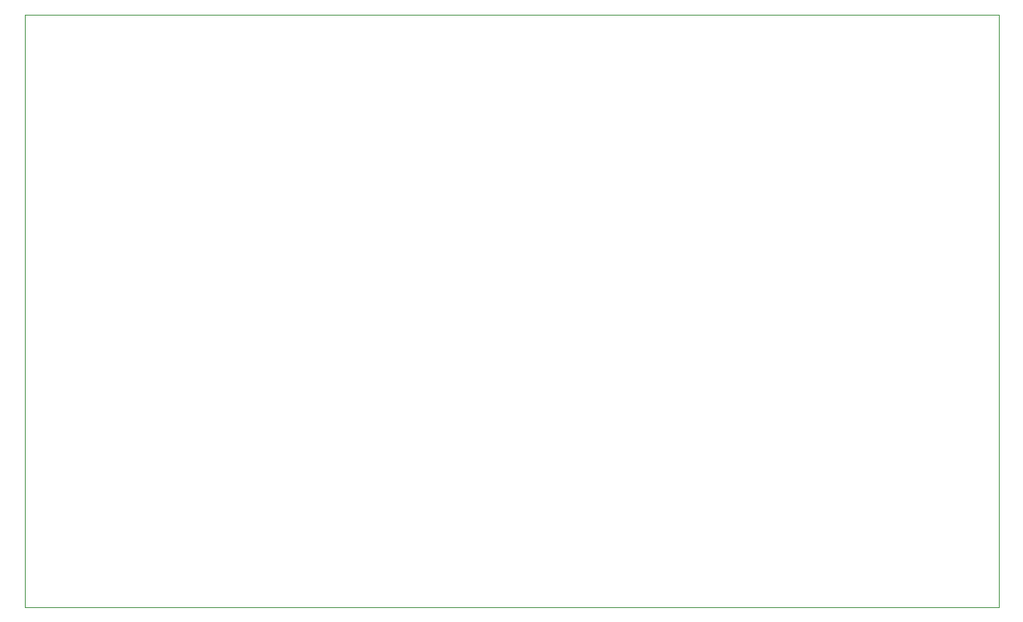
<source format=gbr>
%TF.GenerationSoftware,KiCad,Pcbnew,9.0.0*%
%TF.CreationDate,2025-04-12T20:32:53-04:00*%
%TF.ProjectId,phoenix_v1,70686f65-6e69-4785-9f76-312e6b696361,v2*%
%TF.SameCoordinates,Original*%
%TF.FileFunction,Profile,NP*%
%FSLAX46Y46*%
G04 Gerber Fmt 4.6, Leading zero omitted, Abs format (unit mm)*
G04 Created by KiCad (PCBNEW 9.0.0) date 2025-04-12 20:32:53*
%MOMM*%
%LPD*%
G01*
G04 APERTURE LIST*
%TA.AperFunction,Profile*%
%ADD10C,0.050000*%
%TD*%
G04 APERTURE END LIST*
D10*
X84000000Y-58500000D02*
X190000000Y-58500000D01*
X190000000Y-123000000D01*
X84000000Y-123000000D01*
X84000000Y-58500000D01*
M02*

</source>
